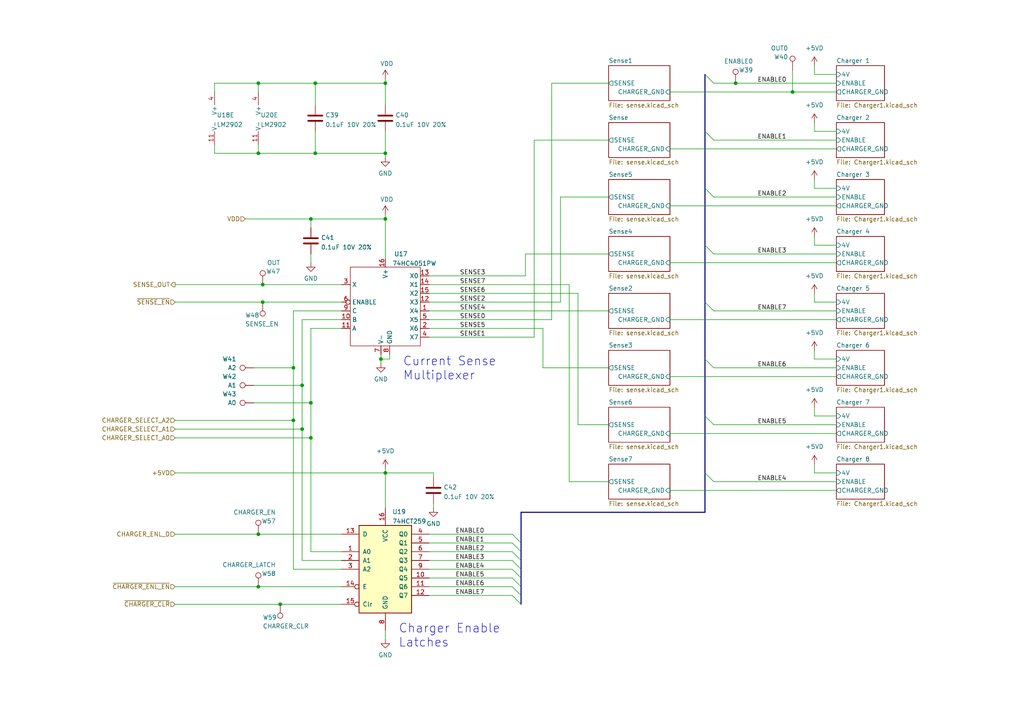
<source format=kicad_sch>
(kicad_sch (version 20211123) (generator eeschema)
  (paper "A4")
  (lib_symbols
    (symbol "74xx:74LS259" (pin_names (offset 1.016))
      (property "Reference" "U" (at -7.62 13.97 0))
      (property "Value" "74LS259" (at -7.62 -13.97 0))
      (symbol "74LS259_1_0"
        (pin input line (at -12.7 5.08 0) (length 5.08) (name "A0") (number "1"))
        (pin output line (at 12.7 -2.54 180) (length 5.08) (name "Q5") (number "10"))
        (pin output line (at 12.7 -5.08 180) (length 5.08) (name "Q6") (number "11"))
        (pin output line (at 12.7 -7.62 180) (length 5.08) (name "Q7") (number "12"))
        (pin input line (at -12.7 10.16 0) (length 5.08) (name "D") (number "13"))
        (pin input inverted (at -12.7 -5.08 0) (length 5.08) (name "E") (number "14"))
        (pin input inverted (at -12.7 -10.16 0) (length 5.08) (name "Clr") (number "15"))
        (pin power_in line (at 0 17.78 270) (length 5.08) (name "VCC") (number "16"))
        (pin input line (at -12.7 2.54 0) (length 5.08) (name "A1") (number "2"))
        (pin input line (at -12.7 0 0) (length 5.08) (name "A2") (number "3"))
        (pin output line (at 12.7 10.16 180) (length 5.08) (name "Q0") (number "4"))
        (pin output line (at 12.7 7.62 180) (length 5.08) (name "Q1") (number "5"))
        (pin output line (at 12.7 5.08 180) (length 5.08) (name "Q2") (number "6"))
        (pin output line (at 12.7 2.54 180) (length 5.08) (name "Q3") (number "7"))
        (pin power_in line (at 0 -17.78 90) (length 5.08) (name "GND") (number "8"))
        (pin output line (at 12.7 0 180) (length 5.08) (name "Q4") (number "9"))
      )
      (symbol "74LS259_1_1"
        (rectangle (start -7.62 12.7) (end 7.62 -12.7) (stroke (width 0.254)) (fill (type background)))
      )
    )
    (symbol "Amplifier_Operational:LM2902" (pin_names (offset 0.127))
      (property "Reference" "U" (at 0 5.08 0))
      (property "Value" "LM2902" (at 0 -5.08 0))
      (symbol "LM2902_1_1"
        (polyline (pts (xy -5.08 5.08) (xy 5.08 0) (xy -5.08 -5.08) (xy -5.08 5.08)) (stroke (width 0.254)) (fill (type background)))
        (pin output line (at 7.62 0 180) (length 2.54) (name "~") (number "1"))
        (pin input line (at -7.62 -2.54 0) (length 2.54) (name "-") (number "2"))
        (pin input line (at -7.62 2.54 0) (length 2.54) (name "+") (number "3"))
      )
      (symbol "LM2902_2_1"
        (polyline (pts (xy -5.08 5.08) (xy 5.08 0) (xy -5.08 -5.08) (xy -5.08 5.08)) (stroke (width 0.254)) (fill (type background)))
        (pin input line (at -7.62 2.54 0) (length 2.54) (name "+") (number "5"))
        (pin input line (at -7.62 -2.54 0) (length 2.54) (name "-") (number "6"))
        (pin output line (at 7.62 0 180) (length 2.54) (name "~") (number "7"))
      )
      (symbol "LM2902_3_1"
        (polyline (pts (xy -5.08 5.08) (xy 5.08 0) (xy -5.08 -5.08) (xy -5.08 5.08)) (stroke (width 0.254)) (fill (type background)))
        (pin input line (at -7.62 2.54 0) (length 2.54) (name "+") (number "10"))
        (pin output line (at 7.62 0 180) (length 2.54) (name "~") (number "8"))
        (pin input line (at -7.62 -2.54 0) (length 2.54) (name "-") (number "9"))
      )
      (symbol "LM2902_4_1"
        (polyline (pts (xy -5.08 5.08) (xy 5.08 0) (xy -5.08 -5.08) (xy -5.08 5.08)) (stroke (width 0.254)) (fill (type background)))
        (pin input line (at -7.62 2.54 0) (length 2.54) (name "+") (number "12"))
        (pin input line (at -7.62 -2.54 0) (length 2.54) (name "-") (number "13"))
        (pin output line (at 7.62 0 180) (length 2.54) (name "~") (number "14"))
      )
      (symbol "LM2902_5_1"
        (pin power_in line (at -2.54 -7.62 90) (length 3.81) (name "V-") (number "11"))
        (pin power_in line (at -2.54 7.62 270) (length 3.81) (name "V+") (number "4"))
      )
    )
    (symbol "Device:C" (pin_numbers hide) (pin_names (offset 0.254))
      (property "Reference" "C" (at 0.635 2.54 0))
      (property "Value" "C" (at 0.635 -2.54 0))
      (symbol "C_0_1"
        (polyline (pts (xy -2.032 -0.762) (xy 2.032 -0.762)) (stroke (width 0.508)))
        (polyline (pts (xy -2.032 0.762) (xy 2.032 0.762)) (stroke (width 0.508)))
      )
      (symbol "C_1_1"
        (pin passive line (at 0 3.81 270) (length 2.794) (name "~") (number "1"))
        (pin passive line (at 0 -3.81 90) (length 2.794) (name "~") (number "2"))
      )
    )
    (symbol "Pixels-dice:DG4051E"
      (property "Reference" "U" (at 7.62 -12.7 0))
      (property "Value" "DG4051E" (at 5.08 12.7 0))
      (symbol "DG4051E_0_1"
        (rectangle (start -10.16 11.43) (end 10.16 -11.43))
      )
      (symbol "DG4051E_1_1"
        (pin bidirectional line (at 12.7 -1.27 180) (length 2.54) (name "X4") (number "1"))
        (pin input line (at -12.7 -3.81 0) (length 2.54) (name "B") (number "10"))
        (pin input line (at -12.7 -6.35 0) (length 2.54) (name "A") (number "11"))
        (pin bidirectional line (at 12.7 1.27 180) (length 2.54) (name "X3") (number "12"))
        (pin bidirectional line (at 12.7 8.89 180) (length 2.54) (name "X0") (number "13"))
        (pin bidirectional line (at 12.7 6.35 180) (length 2.54) (name "X1") (number "14"))
        (pin bidirectional line (at 12.7 3.81 180) (length 2.54) (name "X2") (number "15"))
        (pin power_in line (at 0 13.97 270) (length 2.54) (name "V+") (number "16"))
        (pin bidirectional line (at 12.7 -6.35 180) (length 2.54) (name "X6") (number "2"))
        (pin bidirectional line (at -12.7 6.35 0) (length 2.54) (name "X") (number "3"))
        (pin bidirectional line (at 12.7 -8.89 180) (length 2.54) (name "X7") (number "4"))
        (pin bidirectional line (at 12.7 -3.81 180) (length 2.54) (name "X5") (number "5"))
        (pin input inverted (at -12.7 1.27 0) (length 2.54) (name "ENABLE") (number "6"))
        (pin power_in line (at -1.27 -13.97 90) (length 2.54) (name "V-") (number "7"))
        (pin power_in line (at 1.27 -13.97 90) (length 2.54) (name "GND") (number "8"))
        (pin input line (at -12.7 -1.27 0) (length 2.54) (name "C") (number "9"))
      )
    )
    (symbol "Pixels-dice:TEST_1P-conn" (pin_numbers hide) (pin_names (offset 0.762) hide)
      (property "Reference" "W" (at 0 6.858 0))
      (property "Value" "TEST_1P-conn" (at 0 5.08 0))
      (symbol "TEST_1P-conn_0_1"
        (circle (center 0 3.302) (radius 0.762))
      )
      (symbol "TEST_1P-conn_1_1"
        (pin passive line (at 0 0 90) (length 2.54) (name "1") (number "1"))
      )
    )
    (symbol "power:+5VD" (power) (pin_names (offset 0))
      (property "Value" "+5VD" (at 0 3.556 0))
      (symbol "+5VD_0_1"
        (polyline (pts (xy -0.762 1.27) (xy 0 2.54)))
        (polyline (pts (xy 0 0) (xy 0 2.54)))
        (polyline (pts (xy 0 2.54) (xy 0.762 1.27)))
      )
      (symbol "+5VD_1_1"
        (pin power_in line (at 0 0 90) (length 0) hide (name "+5VD") (number "1"))
      )
    )
    (symbol "power:GND" (power) (pin_names (offset 0))
      (property "Value" "GND" (at 0 -3.81 0))
      (symbol "GND_0_1"
        (polyline (pts (xy 0 0) (xy 0 -1.27) (xy 1.27 -1.27) (xy 0 -2.54) (xy -1.27 -1.27) (xy 0 -1.27)))
      )
      (symbol "GND_1_1"
        (pin power_in line (at 0 0 270) (length 0) hide (name "GND") (number "1"))
      )
    )
    (symbol "power:VDD" (power) (pin_names (offset 0))
      (property "Value" "VDD" (at 0 3.81 0))
      (symbol "VDD_0_1"
        (polyline (pts (xy -0.762 1.27) (xy 0 2.54)))
        (polyline (pts (xy 0 0) (xy 0 2.54)))
        (polyline (pts (xy 0 2.54) (xy 0.762 1.27)))
      )
      (symbol "VDD_1_1"
        (pin power_in line (at 0 0 90) (length 0) hide (name "VDD") (number "1"))
      )
    )
  )
  (junction (at 91.44 24.13))
  (junction (at 91.44 44.45))
  (junction (at 90.17 127))
  (junction (at 90.17 63.5))
  (junction (at 81.28 175.26))
  (junction (at 111.76 63.5))
  (junction (at 74.93 44.45))
  (junction (at 90.17 116.84))
  (junction (at 74.93 170.18))
  (junction (at 110.49 104.14))
  (junction (at 87.63 124.46))
  (junction (at 87.63 111.76))
  (junction (at 76.2 87.63))
  (junction (at 229.87 26.67))
  (junction (at 74.93 154.94))
  (junction (at 111.76 24.13))
  (junction (at 111.76 44.45))
  (junction (at 76.2 82.55))
  (junction (at 85.09 121.92))
  (junction (at 85.09 106.68))
  (junction (at 74.93 24.13))
  (junction (at 213.36 24.13))
  (junction (at 111.76 137.16))
  (bus_entry (at 148.59 170.18) (size 2.54 2.54))
  (bus_entry (at 148.59 162.56) (size 2.54 2.54))
  (bus_entry (at 148.59 157.48) (size 2.54 2.54))
  (bus_entry (at 148.59 154.94) (size 2.54 2.54))
  (bus_entry (at 148.59 160.02) (size 2.54 2.54))
  (bus_entry (at 148.59 172.72) (size 2.54 2.54))
  (bus_entry (at 148.59 167.64) (size 2.54 2.54))
  (bus_entry (at 148.59 165.1) (size 2.54 2.54))
  (bus_entry (at 204.47 21.59) (size 2.54 2.54))
  (bus_entry (at 207.01 40.64) (size -2.54 -2.54))
  (bus_entry (at 207.01 57.15) (size -2.54 -2.54))
  (bus_entry (at 207.01 73.66) (size -2.54 -2.54))
  (bus_entry (at 207.01 106.68) (size -2.54 -2.54))
  (bus_entry (at 207.01 90.17) (size -2.54 -2.54))
  (bus_entry (at 207.01 139.7) (size -2.54 -2.54))
  (bus_entry (at 207.01 123.19) (size -2.54 -2.54))
  (wire (pts (xy 194.31 43.18) (xy 242.57 43.18)))
  (wire (pts (xy 110.49 102.87) (xy 110.49 104.14)))
  (wire (pts (xy 85.09 121.92) (xy 85.09 165.1)))
  (wire (pts (xy 194.31 142.24) (xy 242.57 142.24)))
  (wire (pts (xy 90.17 63.5) (xy 90.17 66.04)))
  (bus (pts (xy 204.47 38.1) (xy 204.47 54.61)))
  (wire (pts (xy 91.44 24.13) (xy 74.93 24.13)))
  (wire (pts (xy 62.23 41.91) (xy 62.23 44.45)))
  (wire (pts (xy 207.01 123.19) (xy 242.57 123.19)))
  (wire (pts (xy 207.01 90.17) (xy 242.57 90.17)))
  (wire (pts (xy 74.93 170.18) (xy 99.06 170.18)))
  (wire (pts (xy 73.66 106.68) (xy 85.09 106.68)))
  (wire (pts (xy 111.76 62.23) (xy 111.76 63.5)))
  (wire (pts (xy 207.01 139.7) (xy 242.57 139.7)))
  (wire (pts (xy 73.66 116.84) (xy 90.17 116.84)))
  (wire (pts (xy 50.8 154.94) (xy 74.93 154.94)))
  (wire (pts (xy 194.31 92.71) (xy 242.57 92.71)))
  (wire (pts (xy 125.73 138.43) (xy 125.73 137.16)))
  (wire (pts (xy 124.46 154.94) (xy 148.59 154.94)))
  (wire (pts (xy 176.53 40.64) (xy 154.94 40.64)))
  (wire (pts (xy 124.46 165.1) (xy 148.59 165.1)))
  (wire (pts (xy 74.93 154.94) (xy 99.06 154.94)))
  (bus (pts (xy 204.47 137.16) (xy 204.47 148.59)))
  (wire (pts (xy 236.22 87.63) (xy 242.57 87.63)))
  (wire (pts (xy 176.53 57.15) (xy 162.56 57.15)))
  (wire (pts (xy 87.63 111.76) (xy 87.63 92.71)))
  (bus (pts (xy 204.47 71.12) (xy 204.47 87.63)))
  (wire (pts (xy 74.93 24.13) (xy 62.23 24.13)))
  (wire (pts (xy 236.22 85.09) (xy 236.22 87.63)))
  (wire (pts (xy 111.76 182.88) (xy 111.76 185.42)))
  (wire (pts (xy 236.22 21.59) (xy 242.57 21.59)))
  (wire (pts (xy 91.44 38.1) (xy 91.44 44.45)))
  (wire (pts (xy 124.46 172.72) (xy 148.59 172.72)))
  (wire (pts (xy 90.17 116.84) (xy 90.17 95.25)))
  (wire (pts (xy 236.22 19.05) (xy 236.22 21.59)))
  (wire (pts (xy 194.31 76.2) (xy 242.57 76.2)))
  (wire (pts (xy 160.02 24.13) (xy 160.02 92.71)))
  (wire (pts (xy 113.03 104.14) (xy 110.49 104.14)))
  (bus (pts (xy 151.13 167.64) (xy 151.13 170.18)))
  (wire (pts (xy 236.22 120.65) (xy 242.57 120.65)))
  (wire (pts (xy 76.2 82.55) (xy 99.06 82.55)))
  (wire (pts (xy 236.22 137.16) (xy 242.57 137.16)))
  (wire (pts (xy 154.94 40.64) (xy 154.94 97.79)))
  (wire (pts (xy 85.09 165.1) (xy 99.06 165.1)))
  (wire (pts (xy 81.28 175.26) (xy 99.06 175.26)))
  (wire (pts (xy 124.46 162.56) (xy 148.59 162.56)))
  (wire (pts (xy 236.22 68.58) (xy 236.22 71.12)))
  (wire (pts (xy 236.22 52.07) (xy 236.22 54.61)))
  (wire (pts (xy 236.22 35.56) (xy 236.22 38.1)))
  (wire (pts (xy 76.2 87.63) (xy 99.06 87.63)))
  (bus (pts (xy 151.13 157.48) (xy 151.13 160.02)))
  (wire (pts (xy 50.8 127) (xy 90.17 127)))
  (bus (pts (xy 151.13 165.1) (xy 151.13 167.64)))
  (wire (pts (xy 111.76 137.16) (xy 125.73 137.16)))
  (bus (pts (xy 151.13 160.02) (xy 151.13 162.56)))
  (wire (pts (xy 124.46 92.71) (xy 160.02 92.71)))
  (wire (pts (xy 87.63 124.46) (xy 87.63 111.76)))
  (wire (pts (xy 236.22 38.1) (xy 242.57 38.1)))
  (wire (pts (xy 194.31 59.69) (xy 242.57 59.69)))
  (wire (pts (xy 124.46 167.64) (xy 148.59 167.64)))
  (wire (pts (xy 50.8 175.26) (xy 81.28 175.26)))
  (wire (pts (xy 90.17 127) (xy 90.17 160.02)))
  (wire (pts (xy 236.22 71.12) (xy 242.57 71.12)))
  (wire (pts (xy 85.09 106.68) (xy 85.09 90.17)))
  (wire (pts (xy 236.22 118.11) (xy 236.22 120.65)))
  (wire (pts (xy 124.46 87.63) (xy 162.56 87.63)))
  (wire (pts (xy 176.53 73.66) (xy 152.4 73.66)))
  (wire (pts (xy 111.76 135.89) (xy 111.76 137.16)))
  (wire (pts (xy 87.63 124.46) (xy 87.63 162.56)))
  (bus (pts (xy 204.47 104.14) (xy 204.47 120.65)))
  (wire (pts (xy 236.22 54.61) (xy 242.57 54.61)))
  (wire (pts (xy 124.46 97.79) (xy 154.94 97.79)))
  (wire (pts (xy 73.66 111.76) (xy 87.63 111.76)))
  (bus (pts (xy 151.13 170.18) (xy 151.13 172.72)))
  (wire (pts (xy 125.73 147.32) (xy 125.73 146.05)))
  (bus (pts (xy 204.47 87.63) (xy 204.47 104.14)))
  (wire (pts (xy 111.76 24.13) (xy 111.76 30.48)))
  (wire (pts (xy 50.8 137.16) (xy 111.76 137.16)))
  (wire (pts (xy 110.49 104.14) (xy 110.49 105.41)))
  (bus (pts (xy 151.13 148.59) (xy 204.47 148.59)))
  (wire (pts (xy 91.44 24.13) (xy 111.76 24.13)))
  (wire (pts (xy 90.17 160.02) (xy 99.06 160.02)))
  (bus (pts (xy 151.13 172.72) (xy 151.13 175.26)))
  (wire (pts (xy 124.46 90.17) (xy 176.53 90.17)))
  (wire (pts (xy 236.22 101.6) (xy 236.22 104.14)))
  (bus (pts (xy 151.13 162.56) (xy 151.13 165.1)))
  (wire (pts (xy 242.57 26.67) (xy 229.87 26.67)))
  (wire (pts (xy 90.17 73.66) (xy 90.17 76.2)))
  (wire (pts (xy 74.93 24.13) (xy 74.93 26.67)))
  (wire (pts (xy 194.31 125.73) (xy 242.57 125.73)))
  (wire (pts (xy 111.76 63.5) (xy 111.76 74.93)))
  (wire (pts (xy 165.1 139.7) (xy 165.1 82.55)))
  (wire (pts (xy 152.4 73.66) (xy 152.4 80.01)))
  (wire (pts (xy 157.48 106.68) (xy 157.48 95.25)))
  (wire (pts (xy 176.53 24.13) (xy 160.02 24.13)))
  (wire (pts (xy 194.31 26.67) (xy 229.87 26.67)))
  (wire (pts (xy 113.03 102.87) (xy 113.03 104.14)))
  (wire (pts (xy 71.12 63.5) (xy 90.17 63.5)))
  (wire (pts (xy 207.01 57.15) (xy 242.57 57.15)))
  (wire (pts (xy 50.8 82.55) (xy 76.2 82.55)))
  (bus (pts (xy 204.47 120.65) (xy 204.47 137.16)))
  (wire (pts (xy 167.64 123.19) (xy 167.64 85.09)))
  (wire (pts (xy 62.23 24.13) (xy 62.23 26.67)))
  (wire (pts (xy 207.01 40.64) (xy 242.57 40.64)))
  (wire (pts (xy 162.56 57.15) (xy 162.56 87.63)))
  (wire (pts (xy 124.46 95.25) (xy 157.48 95.25)))
  (wire (pts (xy 124.46 85.09) (xy 167.64 85.09)))
  (wire (pts (xy 111.76 137.16) (xy 111.76 147.32)))
  (wire (pts (xy 176.53 106.68) (xy 157.48 106.68)))
  (wire (pts (xy 85.09 121.92) (xy 85.09 106.68)))
  (wire (pts (xy 50.8 121.92) (xy 85.09 121.92)))
  (wire (pts (xy 152.4 80.01) (xy 124.46 80.01)))
  (wire (pts (xy 207.01 73.66) (xy 242.57 73.66)))
  (wire (pts (xy 50.8 87.63) (xy 76.2 87.63)))
  (wire (pts (xy 111.76 22.86) (xy 111.76 24.13)))
  (wire (pts (xy 91.44 30.48) (xy 91.44 24.13)))
  (wire (pts (xy 90.17 95.25) (xy 99.06 95.25)))
  (wire (pts (xy 176.53 139.7) (xy 165.1 139.7)))
  (wire (pts (xy 87.63 162.56) (xy 99.06 162.56)))
  (wire (pts (xy 236.22 104.14) (xy 242.57 104.14)))
  (wire (pts (xy 236.22 134.62) (xy 236.22 137.16)))
  (wire (pts (xy 74.93 41.91) (xy 74.93 44.45)))
  (bus (pts (xy 204.47 21.59) (xy 204.47 38.1)))
  (wire (pts (xy 74.93 44.45) (xy 91.44 44.45)))
  (wire (pts (xy 207.01 106.68) (xy 242.57 106.68)))
  (wire (pts (xy 50.8 124.46) (xy 87.63 124.46)))
  (wire (pts (xy 207.01 24.13) (xy 213.36 24.13)))
  (wire (pts (xy 62.23 44.45) (xy 74.93 44.45)))
  (wire (pts (xy 124.46 170.18) (xy 148.59 170.18)))
  (wire (pts (xy 111.76 44.45) (xy 111.76 45.72)))
  (bus (pts (xy 151.13 157.48) (xy 151.13 148.59)))
  (wire (pts (xy 91.44 44.45) (xy 111.76 44.45)))
  (wire (pts (xy 90.17 127) (xy 90.17 116.84)))
  (wire (pts (xy 111.76 38.1) (xy 111.76 44.45)))
  (wire (pts (xy 124.46 157.48) (xy 148.59 157.48)))
  (wire (pts (xy 90.17 63.5) (xy 111.76 63.5)))
  (wire (pts (xy 229.87 26.67) (xy 229.87 20.32)))
  (wire (pts (xy 85.09 90.17) (xy 99.06 90.17)))
  (wire (pts (xy 213.36 24.13) (xy 242.57 24.13)))
  (wire (pts (xy 194.31 109.22) (xy 242.57 109.22)))
  (wire (pts (xy 87.63 92.71) (xy 99.06 92.71)))
  (wire (pts (xy 124.46 160.02) (xy 148.59 160.02)))
  (wire (pts (xy 50.8 170.18) (xy 74.93 170.18)))
  (wire (pts (xy 124.46 82.55) (xy 165.1 82.55)))
  (bus (pts (xy 204.47 54.61) (xy 204.47 71.12)))
  (wire (pts (xy 176.53 123.19) (xy 167.64 123.19)))
  (text "Charger Enable\nLatches" (at 115.57 187.96 0) (effects (font (size 2.54 2.54)) (justify left bottom)))
  (text "Current Sense\nMultiplexer" (at 116.84 110.49 0) (effects (font (size 2.54 2.54)) (justify left bottom)))
  (label "SENSE7" (at 133.35 82.55 0))
  (label "SENSE6" (at 133.35 85.09 0))
  (label "SENSE1" (at 133.35 97.79 0))
  (label "ENABLE1" (at 219.71 40.64 0))
  (label "ENABLE2" (at 219.71 57.15 0))
  (label "ENABLE6" (at 132.08 170.18 0))
  (label "ENABLE2" (at 132.08 160.02 0))
  (label "ENABLE4" (at 132.08 165.1 0))
  (label "SENSE2" (at 133.35 87.63 0))
  (label "SENSE4" (at 133.35 90.17 0))
  (label "ENABLE0" (at 132.08 154.94 0))
  (label "SENSE0" (at 133.35 92.71 0))
  (label "ENABLE0" (at 219.71 24.13 0))
  (label "ENABLE3" (at 132.08 162.56 0))
  (label "ENABLE6" (at 219.71 106.68 0))
  (label "SENSE3" (at 133.35 80.01 0))
  (label "ENABLE7" (at 132.08 172.72 0))
  (label "ENABLE3" (at 219.71 73.66 0))
  (label "ENABLE5" (at 132.08 167.64 0))
  (label "SENSE5" (at 133.35 95.25 0))
  (label "ENABLE4" (at 219.71 139.7 0))
  (label "ENABLE7" (at 219.71 90.17 0))
  (label "ENABLE5" (at 219.71 123.19 0))
  (label "ENABLE1" (at 132.08 157.48 0))
  (hierarchical_label "CHARGER_SELECT_A1" (shape input) (at 50.8 124.46 180))
  (hierarchical_label "CHARGER_SELECT_A2" (shape input) (at 50.8 121.92 180))
  (hierarchical_label "SENSE_OUT" (shape output) (at 50.8 82.55 180))
  (hierarchical_label "~{CHARGER_CLR}" (shape input) (at 50.8 175.26 180))
  (hierarchical_label "CHARGER_SELECT_A0" (shape input) (at 50.8 127 180))
  (hierarchical_label "~{CHARGER_ENL_EN}" (shape input) (at 50.8 170.18 180))
  (hierarchical_label "+5VD" (shape input) (at 50.8 137.16 180))
  (hierarchical_label "VDD" (shape input) (at 71.12 63.5 180))
  (hierarchical_label "CHARGER_ENL_D" (shape input) (at 50.8 154.94 180))
  (hierarchical_label "~{SENSE_EN}" (shape input) (at 50.8 87.63 180))
  (symbol (lib_id "74xx:74LS259") (at 111.76 165.1 0) (unit 1)
    (property "Reference" "U19" (at 113.7794 148.4335 0) (effects (justify left)))
    (property "Value" "74HCT259" (at 113.7794 151.2086 0) (effects (justify left)))
    (property "Footprint" "Package_SO:SSOP-16_4.4x5.2mm_P0.65mm" (effects hide))
    (property "Datasheet" "http://www.ti.com/lit/gpn/sn74LS259" (effects hide))
    (property "Manufacturer" "Nexperia" (effects hide))
    (property "Manufacturer Part Number" "74HCT259D" (effects hide))
    (property "Generic OK" "NO" (effects hide))
  )
  (symbol (lib_id "power:+5VD") (at 236.22 35.56 0) (unit 1)
    (property "Reference" "#PWR0111" (effects hide))
    (property "Value" "+5VD" (at 236.22 30.48 0))
  )
  (symbol (lib_id "Pixels-dice:TEST_1P-conn") (at 76.2 82.55 0) (mirror y) (unit 1)
    (property "Reference" "W47" (at 81.28 78.74 0) (effects (justify left)))
    (property "Value" "OUT" (at 81.28 76.2 0) (effects (justify left)))
    (property "Footprint" "Pixels-dice:TestPoint_1.5x1.5_Drill0.9mm" (effects hide))
  )
  (symbol (lib_id "Pixels-dice:TEST_1P-conn") (at 81.28 175.26 0) (mirror x) (unit 1)
    (property "Reference" "W59" (at 76.2 179.07 0) (effects (justify left)))
    (property "Value" "CHARGER_CLR" (at 76.2 181.61 0) (effects (justify left)))
    (property "Footprint" "Pixels-dice:TEST_PIN" (effects hide))
  )
  (symbol (lib_id "Pixels-dice:DG4051E") (at 111.76 88.9 0) (unit 1)
    (property "Reference" "U17" (at 114.3 73.66 0) (effects (justify left)))
    (property "Value" "74HC4051PW" (at 113.7794 76.4056 0) (effects (justify left)))
    (property "Footprint" "Package_SO:SSOP-16_4.4x5.2mm_P0.65mm" (effects hide))
    (property "Manufacturer" "Nexperia" (effects hide))
    (property "Manufacturer Part Number" "74HC4051PW,118" (effects hide))
    (property "Generic OK" "NO" (effects hide))
  )
  (symbol (lib_id "power:GND") (at 125.73 147.32 0) (unit 1)
    (property "Reference" "#PWR055" (effects hide))
    (property "Value" "GND" (at 125.73 151.8825 0))
  )
  (symbol (lib_id "power:GND") (at 110.49 105.41 0) (unit 1)
    (property "Reference" "#PWR046" (effects hide))
    (property "Value" "GND" (at 110.49 109.9725 0))
  )
  (symbol (lib_id "power:VDD") (at 111.76 22.86 0) (unit 1)
    (property "Reference" "#PWR029" (effects hide))
    (property "Value" "VDD" (at 112.1918 18.4658 0))
  )
  (symbol (lib_id "Pixels-dice:TEST_1P-conn") (at 73.66 116.84 90) (mirror x) (unit 1)
    (property "Reference" "W43" (at 68.58 114.3 90) (effects (justify left)))
    (property "Value" "A0" (at 68.58 116.84 90) (effects (justify left)))
    (property "Footprint" "Pixels-dice:TestPoint_1.5x1.5_Drill0.9mm" (effects hide))
  )
  (symbol (lib_id "power:VDD") (at 111.76 62.23 0) (unit 1)
    (property "Reference" "#PWR039" (effects hide))
    (property "Value" "VDD" (at 112.1918 57.8358 0))
  )
  (symbol (lib_id "power:+5VD") (at 236.22 118.11 0) (unit 1)
    (property "Reference" "#PWR0116" (effects hide))
    (property "Value" "+5VD" (at 236.22 113.03 0))
  )
  (symbol (lib_id "power:+5VD") (at 111.76 135.89 0) (unit 1)
    (property "Reference" "#PWR0114" (effects hide))
    (property "Value" "+5VD" (at 111.76 130.81 0))
  )
  (symbol (lib_id "Pixels-dice:TEST_1P-conn") (at 76.2 87.63 0) (mirror x) (unit 1)
    (property "Reference" "W48" (at 71.12 91.44 0) (effects (justify left)))
    (property "Value" "SENSE_EN" (at 71.12 93.98 0) (effects (justify left)))
    (property "Footprint" "Pixels-dice:TestPoint_1.5x1.5_Drill0.9mm" (effects hide))
  )
  (symbol (lib_id "Pixels-dice:TEST_1P-conn") (at 74.93 154.94 0) (mirror y) (unit 1)
    (property "Reference" "W57" (at 80.01 151.13 0) (effects (justify left)))
    (property "Value" "CHARGER_EN" (at 80.01 148.59 0) (effects (justify left)))
    (property "Footprint" "Pixels-dice:TestPoint_1.5x1.5_Drill0.9mm" (effects hide))
  )
  (symbol (lib_id "Device:C") (at 91.44 34.29 0) (unit 1)
    (property "Reference" "C39" (at 94.361 33.3815 0) (effects (justify left)))
    (property "Value" "0.1uF 10V 20%" (at 94.361 36.1566 0) (effects (justify left)))
    (property "Footprint" "Capacitor_SMD:C_0402_1005Metric" (effects hide))
    (property "LCSC Part Number" "C2168305" (effects hide))
    (property "Manufacturer" "Murata" (effects hide))
    (property "Manufacturer Part Number" "GRM155R61H104KE19D" (effects hide))
    (property "Generic OK" "YES" (effects hide))
  )
  (symbol (lib_id "power:GND") (at 111.76 45.72 0) (unit 1)
    (property "Reference" "#PWR032" (effects hide))
    (property "Value" "GND" (at 111.76 50.2825 0))
  )
  (symbol (lib_id "Pixels-dice:TEST_1P-conn") (at 229.87 20.32 0) (mirror y) (unit 1)
    (property "Reference" "W40" (at 228.6 16.51 0) (effects (justify left)))
    (property "Value" "OUT0" (at 228.6 13.97 0) (effects (justify left)))
    (property "Footprint" "Pixels-dice:TestPoint_1.5x1.5_Drill0.9mm" (effects hide))
  )
  (symbol (lib_id "power:GND") (at 90.17 76.2 0) (unit 1)
    (property "Reference" "#PWR0112" (effects hide))
    (property "Value" "GND" (at 90.17 80.7625 0))
  )
  (symbol (lib_id "power:+5VD") (at 236.22 52.07 0) (unit 1)
    (property "Reference" "#PWR0109" (effects hide))
    (property "Value" "+5VD" (at 236.22 46.99 0))
  )
  (symbol (lib_id "power:+5VD") (at 236.22 101.6 0) (unit 1)
    (property "Reference" "#PWR0117" (effects hide))
    (property "Value" "+5VD" (at 236.22 96.52 0))
  )
  (symbol (lib_id "power:GND") (at 111.76 185.42 0) (unit 1)
    (property "Reference" "#PWR057" (effects hide))
    (property "Value" "GND" (at 111.76 189.9825 0))
  )
  (symbol (lib_id "power:+5VD") (at 236.22 85.09 0) (unit 1)
    (property "Reference" "#PWR0118" (effects hide))
    (property "Value" "+5VD" (at 236.22 80.01 0))
  )
  (symbol (lib_id "Pixels-dice:TEST_1P-conn") (at 73.66 111.76 90) (mirror x) (unit 1)
    (property "Reference" "W42" (at 68.58 109.22 90) (effects (justify left)))
    (property "Value" "A1" (at 68.58 111.76 90) (effects (justify left)))
    (property "Footprint" "Pixels-dice:TestPoint_1.5x1.5_Drill0.9mm" (effects hide))
  )
  (symbol (lib_id "Device:C") (at 90.17 69.85 0) (unit 1)
    (property "Reference" "C41" (at 93.091 68.9415 0) (effects (justify left)))
    (property "Value" "0.1uF 10V 20%" (at 93.091 71.7166 0) (effects (justify left)))
    (property "Footprint" "Capacitor_SMD:C_0402_1005Metric" (effects hide))
    (property "LCSC Part Number" "C2168305" (effects hide))
    (property "Manufacturer" "Murata" (effects hide))
    (property "Manufacturer Part Number" "GRM155R61H104KE19D" (effects hide))
    (property "Generic OK" "YES" (effects hide))
  )
  (symbol (lib_id "Pixels-dice:TEST_1P-conn") (at 73.66 106.68 90) (mirror x) (unit 1)
    (property "Reference" "W41" (at 68.58 104.14 90) (effects (justify left)))
    (property "Value" "A2" (at 68.58 106.68 90) (effects (justify left)))
    (property "Footprint" "Pixels-dice:TestPoint_1.5x1.5_Drill0.9mm" (effects hide))
  )
  (symbol (lib_id "Amplifier_Operational:LM2902") (at 77.47 34.29 0) (unit 5)
    (property "Reference" "U20" (at 75.565 33.3815 0) (effects (justify left)))
    (property "Value" "LM2902" (at 75.565 36.1566 0) (effects (justify left)))
    (property "Footprint" "Package_SO:TSSOP-14_4.4x5mm_P0.65mm" (effects hide))
    (property "Datasheet" "http://www.ti.com/lit/ds/symlink/lm2902-n.pdf" (effects hide))
    (property "LCSC Part Number" "C46864" (effects hide))
    (property "Manufacturer" "Texas Instrument" (effects hide))
    (property "Manufacturer Part Number" "LM2902PWR" (effects hide))
  )
  (symbol (lib_id "Pixels-dice:TEST_1P-conn") (at 74.93 170.18 0) (mirror y) (unit 1)
    (property "Reference" "W58" (at 80.01 166.37 0) (effects (justify left)))
    (property "Value" "CHARGER_LATCH" (at 80.01 163.83 0) (effects (justify left)))
    (property "Footprint" "Pixels-dice:TestPoint_1.5x1.5_Drill0.9mm" (effects hide))
  )
  (symbol (lib_id "power:+5VD") (at 236.22 19.05 0) (unit 1)
    (property "Reference" "#PWR0113" (effects hide))
    (property "Value" "+5VD" (at 236.22 13.97 0))
  )
  (symbol (lib_id "power:+5VD") (at 236.22 134.62 0) (unit 1)
    (property "Reference" "#PWR0115" (effects hide))
    (property "Value" "+5VD" (at 236.22 129.54 0))
  )
  (symbol (lib_id "Device:C") (at 111.76 34.29 0) (unit 1)
    (property "Reference" "C40" (at 114.681 33.3815 0) (effects (justify left)))
    (property "Value" "0.1uF 10V 20%" (at 114.681 36.1566 0) (effects (justify left)))
    (property "Footprint" "Capacitor_SMD:C_0402_1005Metric" (effects hide))
    (property "LCSC Part Number" "C2168305" (effects hide))
    (property "Manufacturer" "Murata" (effects hide))
    (property "Manufacturer Part Number" "GRM155R61H104KE19D" (effects hide))
    (property "Generic OK" "YES" (effects hide))
  )
  (symbol (lib_id "Amplifier_Operational:LM2902") (at 64.77 34.29 0) (unit 5)
    (property "Reference" "U18" (at 62.865 33.3815 0) (effects (justify left)))
    (property "Value" "LM2902" (at 62.865 36.1566 0) (effects (justify left)))
    (property "Footprint" "Package_SO:TSSOP-14_4.4x5mm_P0.65mm" (effects hide))
    (property "Datasheet" "http://www.ti.com/lit/ds/symlink/lm2902-n.pdf" (effects hide))
    (property "LCSC Part Number" "C46864" (effects hide))
    (property "Manufacturer" "Texas Instrument" (effects hide))
    (property "Manufacturer Part Number" "LM2902PWR" (effects hide))
  )
  (symbol (lib_id "power:+5VD") (at 236.22 68.58 0) (unit 1)
    (property "Reference" "#PWR0110" (effects hide))
    (property "Value" "+5VD" (at 236.22 63.5 0))
  )
  (symbol (lib_id "Device:C") (at 125.73 142.24 0) (unit 1)
    (property "Reference" "C42" (at 128.651 141.3315 0) (effects (justify left)))
    (property "Value" "0.1uF 10V 20%" (at 128.651 144.1066 0) (effects (justify left)))
    (property "Footprint" "Capacitor_SMD:C_0402_1005Metric" (effects hide))
    (property "LCSC Part Number" "C2168305" (effects hide))
    (property "Manufacturer" "Murata" (effects hide))
    (property "Manufacturer Part Number" "GRM155R61H104KE19D" (effects hide))
    (property "Generic OK" "YES" (effects hide))
  )
  (symbol (lib_id "Pixels-dice:TEST_1P-conn") (at 213.36 24.13 0) (mirror y) (unit 1)
    (property "Reference" "W39" (at 218.44 20.32 0) (effects (justify left)))
    (property "Value" "ENABLE0" (at 218.44 17.78 0) (effects (justify left)))
    (property "Footprint" "Pixels-dice:TestPoint_1.5x1.5_Drill0.9mm" (effects hide))
  )
  (sheet (at 176.53 118.11) (size 17.78 10.16) (stroke (width 0.1524))
    (property "Sheet name" "Sense6" (at 176.53 117.3984 0) (effects (justify left bottom)))
    (property "Sheet file" "sense.kicad_sch" (at 176.53 128.8546 0) (effects (justify left top)))
    (pin "SENSE" output (at 176.53 123.19 180))
    (pin "CHARGER_GND" input (at 194.31 125.73 0))
  )
  (sheet (at 176.53 19.05) (size 17.78 10.16) (stroke (width 0.1524))
    (property "Sheet name" "Sense1" (at 176.53 18.3384 0) (effects (justify left bottom)))
    (property "Sheet file" "sense.kicad_sch" (at 176.53 29.7946 0) (effects (justify left top)))
    (pin "SENSE" output (at 176.53 24.13 180))
    (pin "CHARGER_GND" input (at 194.31 26.67 0))
  )
  (sheet (at 176.53 35.56) (size 17.78 10.16) (stroke (width 0.1524))
    (property "Sheet name" "Sense" (at 176.53 34.8484 0) (effects (justify left bottom)))
    (property "Sheet file" "sense.kicad_sch" (at 176.53 46.3046 0) (effects (justify left top)))
    (pin "SENSE" output (at 176.53 40.64 180))
    (pin "CHARGER_GND" input (at 194.31 43.18 0))
  )
  (sheet (at 176.53 52.07) (size 17.78 10.16) (stroke (width 0.1524))
    (property "Sheet name" "Sense5" (at 176.53 51.3584 0) (effects (justify left bottom)))
    (property "Sheet file" "sense.kicad_sch" (at 176.53 62.8146 0) (effects (justify left top)))
    (pin "SENSE" output (at 176.53 57.15 180))
    (pin "CHARGER_GND" input (at 194.31 59.69 0))
  )
  (sheet (at 176.53 85.09) (size 17.78 10.16) (stroke (width 0.1524))
    (property "Sheet name" "Sense2" (at 176.53 84.3784 0) (effects (justify left bottom)))
    (property "Sheet file" "sense.kicad_sch" (at 176.53 95.8346 0) (effects (justify left top)))
    (pin "SENSE" output (at 176.53 90.17 180))
    (pin "CHARGER_GND" input (at 194.31 92.71 0))
  )
  (sheet (at 242.57 118.11) (size 13.97 10.16) (stroke (width 0.1524))
    (property "Sheet name" "Charger 7" (at 242.57 117.3984 0) (effects (justify left bottom)))
    (property "Sheet file" "Charger1.kicad_sch" (at 242.57 128.8546 0) (effects (justify left top)))
    (pin "4V" input (at 242.57 120.65 180))
    (pin "ENABLE" input (at 242.57 123.19 180))
    (pin "CHARGER_GND" output (at 242.57 125.73 180))
  )
  (sheet (at 242.57 68.58) (size 13.97 10.16) (stroke (width 0.1524))
    (property "Sheet name" "Charger 4" (at 242.57 67.8684 0) (effects (justify left bottom)))
    (property "Sheet file" "Charger1.kicad_sch" (at 242.57 79.3246 0) (effects (justify left top)))
    (pin "4V" input (at 242.57 71.12 180))
    (pin "ENABLE" input (at 242.57 73.66 180))
    (pin "CHARGER_GND" output (at 242.57 76.2 180))
  )
  (sheet (at 242.57 19.05) (size 13.97 10.16) (stroke (width 0.1524))
    (property "Sheet name" "Charger 1" (at 242.57 18.3384 0) (effects (justify left bottom)))
    (property "Sheet file" "Charger1.kicad_sch" (at 242.57 29.7946 0) (effects (justify left top)))
    (pin "4V" input (at 242.57 21.59 180))
    (pin "ENABLE" input (at 242.57 24.13 180))
    (pin "CHARGER_GND" output (at 242.57 26.67 180))
  )
  (sheet (at 242.57 85.09) (size 13.97 10.16) (stroke (width 0.1524))
    (property "Sheet name" "Charger 5" (at 242.57 84.3784 0) (effects (justify left bottom)))
    (property "Sheet file" "Charger1.kicad_sch" (at 242.57 95.8346 0) (effects (justify left top)))
    (pin "4V" input (at 242.57 87.63 180))
    (pin "ENABLE" input (at 242.57 90.17 180))
    (pin "CHARGER_GND" output (at 242.57 92.71 180))
  )
  (sheet (at 242.57 35.56) (size 13.97 10.16) (stroke (width 0.1524))
    (property "Sheet name" "Charger 2" (at 242.57 34.8484 0) (effects (justify left bottom)))
    (property "Sheet file" "Charger1.kicad_sch" (at 242.57 46.3046 0) (effects (justify left top)))
    (pin "4V" input (at 242.57 38.1 180))
    (pin "ENABLE" input (at 242.57 40.64 180))
    (pin "CHARGER_GND" output (at 242.57 43.18 180))
  )
  (sheet (at 176.53 101.6) (size 17.78 10.16) (stroke (width 0.1524))
    (property "Sheet name" "Sense3" (at 176.53 100.8884 0) (effects (justify left bottom)))
    (property "Sheet file" "sense.kicad_sch" (at 176.53 112.3446 0) (effects (justify left top)))
    (pin "SENSE" output (at 176.53 106.68 180))
    (pin "CHARGER_GND" input (at 194.31 109.22 0))
  )
  (sheet (at 242.57 101.6) (size 13.97 10.16) (stroke (width 0.1524))
    (property "Sheet name" "Charger 6" (at 242.57 100.8884 0) (effects (justify left bottom)))
    (property "Sheet file" "Charger1.kicad_sch" (at 242.57 112.3446 0) (effects (justify left top)))
    (pin "4V" input (at 242.57 104.14 180))
    (pin "ENABLE" input (at 242.57 106.68 180))
    (pin "CHARGER_GND" output (at 242.57 109.22 180))
  )
  (sheet (at 242.57 52.07) (size 13.97 10.16) (stroke (width 0.1524))
    (property "Sheet name" "Charger 3" (at 242.57 51.3584 0) (effects (justify left bottom)))
    (property "Sheet file" "Charger1.kicad_sch" (at 242.57 62.8146 0) (effects (justify left top)))
    (pin "4V" input (at 242.57 54.61 180))
    (pin "ENABLE" input (at 242.57 57.15 180))
    (pin "CHARGER_GND" output (at 242.57 59.69 180))
  )
  (sheet (at 242.57 134.62) (size 13.97 10.16) (stroke (width 0.1524))
    (property "Sheet name" "Charger 8" (at 242.57 133.9084 0) (effects (justify left bottom)))
    (property "Sheet file" "Charger1.kicad_sch" (at 242.57 145.3646 0) (effects (justify left top)))
    (pin "4V" input (at 242.57 137.16 180))
    (pin "ENABLE" input (at 242.57 139.7 180))
    (pin "CHARGER_GND" output (at 242.57 142.24 180))
  )
  (sheet (at 176.53 134.62) (size 17.78 10.16) (stroke (width 0.1524))
    (property "Sheet name" "Sense7" (at 176.53 133.9084 0) (effects (justify left bottom)))
    (property "Sheet file" "sense.kicad_sch" (at 176.53 145.3646 0) (effects (justify left top)))
    (pin "SENSE" output (at 176.53 139.7 180))
    (pin "CHARGER_GND" input (at 194.31 142.24 0))
  )
  (sheet (at 176.53 68.58) (size 17.78 10.16) (stroke (width 0.1524))
    (property "Sheet name" "Sense4" (at 176.53 67.8684 0) (effects (justify left bottom)))
    (property "Sheet file" "sense.kicad_sch" (at 176.53 79.3246 0) (effects (justify left top)))
    (pin "SENSE" output (at 176.53 73.66 180))
    (pin "CHARGER_GND" input (at 194.31 76.2 0))
  )
)
</source>
